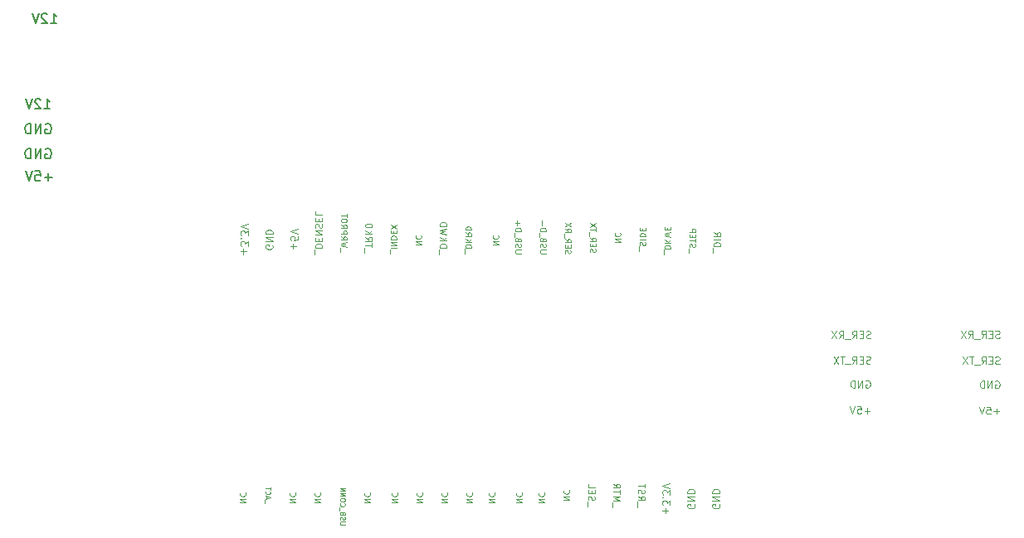
<source format=gbr>
G04 #@! TF.GenerationSoftware,KiCad,Pcbnew,(5.1.9)-1*
G04 #@! TF.CreationDate,2021-01-16T11:23:25+00:00*
G04 #@! TF.ProjectId,Greaseweazle F1 Gotek Rev 2,47726561-7365-4776-9561-7a6c65204631,2*
G04 #@! TF.SameCoordinates,PX6312cb0PY6bcb370*
G04 #@! TF.FileFunction,Legend,Bot*
G04 #@! TF.FilePolarity,Positive*
%FSLAX46Y46*%
G04 Gerber Fmt 4.6, Leading zero omitted, Abs format (unit mm)*
G04 Created by KiCad (PCBNEW (5.1.9)-1) date 2021-01-16 11:23:25*
%MOMM*%
%LPD*%
G01*
G04 APERTURE LIST*
%ADD10C,0.150000*%
%ADD11C,0.125000*%
G04 APERTURE END LIST*
D10*
X4175047Y63555620D02*
X4746476Y63555620D01*
X4460761Y63555620D02*
X4460761Y64555620D01*
X4556000Y64412762D01*
X4651238Y64317524D01*
X4746476Y64269905D01*
X3794095Y64460381D02*
X3746476Y64508000D01*
X3651238Y64555620D01*
X3413142Y64555620D01*
X3317904Y64508000D01*
X3270285Y64460381D01*
X3222666Y64365143D01*
X3222666Y64269905D01*
X3270285Y64127048D01*
X3841714Y63555620D01*
X3222666Y63555620D01*
X2936952Y64555620D02*
X2603619Y63555620D01*
X2270285Y64555620D01*
D11*
X87762714Y23974829D02*
X87191286Y23974829D01*
X87477000Y23689115D02*
X87477000Y24260543D01*
X86477000Y24439115D02*
X86834143Y24439115D01*
X86869857Y24081972D01*
X86834143Y24117686D01*
X86762714Y24153400D01*
X86584143Y24153400D01*
X86512714Y24117686D01*
X86477000Y24081972D01*
X86441286Y24010543D01*
X86441286Y23831972D01*
X86477000Y23760543D01*
X86512714Y23724829D01*
X86584143Y23689115D01*
X86762714Y23689115D01*
X86834143Y23724829D01*
X86869857Y23760543D01*
X86227000Y24439115D02*
X85977000Y23689115D01*
X85727000Y24439115D01*
X87344457Y27045000D02*
X87415886Y27080715D01*
X87523029Y27080715D01*
X87630171Y27045000D01*
X87701600Y26973572D01*
X87737314Y26902143D01*
X87773029Y26759286D01*
X87773029Y26652143D01*
X87737314Y26509286D01*
X87701600Y26437858D01*
X87630171Y26366429D01*
X87523029Y26330715D01*
X87451600Y26330715D01*
X87344457Y26366429D01*
X87308743Y26402143D01*
X87308743Y26652143D01*
X87451600Y26652143D01*
X86987314Y26330715D02*
X86987314Y27080715D01*
X86558743Y26330715D01*
X86558743Y27080715D01*
X86201600Y26330715D02*
X86201600Y27080715D01*
X86023029Y27080715D01*
X85915886Y27045000D01*
X85844457Y26973572D01*
X85808743Y26902143D01*
X85773029Y26759286D01*
X85773029Y26652143D01*
X85808743Y26509286D01*
X85844457Y26437858D01*
X85915886Y26366429D01*
X86023029Y26330715D01*
X86201600Y26330715D01*
X87798428Y28830229D02*
X87691286Y28794515D01*
X87512714Y28794515D01*
X87441286Y28830229D01*
X87405571Y28865943D01*
X87369857Y28937372D01*
X87369857Y29008800D01*
X87405571Y29080229D01*
X87441286Y29115943D01*
X87512714Y29151658D01*
X87655571Y29187372D01*
X87727000Y29223086D01*
X87762714Y29258800D01*
X87798428Y29330229D01*
X87798428Y29401658D01*
X87762714Y29473086D01*
X87727000Y29508800D01*
X87655571Y29544515D01*
X87477000Y29544515D01*
X87369857Y29508800D01*
X87048428Y29187372D02*
X86798428Y29187372D01*
X86691286Y28794515D02*
X87048428Y28794515D01*
X87048428Y29544515D01*
X86691286Y29544515D01*
X85941286Y28794515D02*
X86191286Y29151658D01*
X86369857Y28794515D02*
X86369857Y29544515D01*
X86084143Y29544515D01*
X86012714Y29508800D01*
X85977000Y29473086D01*
X85941286Y29401658D01*
X85941286Y29294515D01*
X85977000Y29223086D01*
X86012714Y29187372D01*
X86084143Y29151658D01*
X86369857Y29151658D01*
X85798428Y28723086D02*
X85227000Y28723086D01*
X85155571Y29544515D02*
X84727000Y29544515D01*
X84941286Y28794515D02*
X84941286Y29544515D01*
X84548428Y29544515D02*
X84048428Y28794515D01*
X84048428Y29544515D02*
X84548428Y28794515D01*
X87798428Y31421029D02*
X87691285Y31385315D01*
X87512714Y31385315D01*
X87441285Y31421029D01*
X87405571Y31456743D01*
X87369857Y31528172D01*
X87369857Y31599600D01*
X87405571Y31671029D01*
X87441285Y31706743D01*
X87512714Y31742458D01*
X87655571Y31778172D01*
X87727000Y31813886D01*
X87762714Y31849600D01*
X87798428Y31921029D01*
X87798428Y31992458D01*
X87762714Y32063886D01*
X87727000Y32099600D01*
X87655571Y32135315D01*
X87477000Y32135315D01*
X87369857Y32099600D01*
X87048428Y31778172D02*
X86798428Y31778172D01*
X86691285Y31385315D02*
X87048428Y31385315D01*
X87048428Y32135315D01*
X86691285Y32135315D01*
X85941285Y31385315D02*
X86191285Y31742458D01*
X86369857Y31385315D02*
X86369857Y32135315D01*
X86084142Y32135315D01*
X86012714Y32099600D01*
X85977000Y32063886D01*
X85941285Y31992458D01*
X85941285Y31885315D01*
X85977000Y31813886D01*
X86012714Y31778172D01*
X86084142Y31742458D01*
X86369857Y31742458D01*
X85798428Y31313886D02*
X85227000Y31313886D01*
X84619857Y31385315D02*
X84869857Y31742458D01*
X85048428Y31385315D02*
X85048428Y32135315D01*
X84762714Y32135315D01*
X84691285Y32099600D01*
X84655571Y32063886D01*
X84619857Y31992458D01*
X84619857Y31885315D01*
X84655571Y31813886D01*
X84691285Y31778172D01*
X84762714Y31742458D01*
X85048428Y31742458D01*
X84369857Y32135315D02*
X83869857Y31385315D01*
X83869857Y32135315D02*
X84369857Y31385315D01*
X61704571Y41184572D02*
X62304571Y41184572D01*
X61704571Y41527429D01*
X62304571Y41527429D01*
X61761714Y42156000D02*
X61733142Y42127429D01*
X61704571Y42041715D01*
X61704571Y41984572D01*
X61733142Y41898858D01*
X61790285Y41841715D01*
X61847428Y41813143D01*
X61961714Y41784572D01*
X62047428Y41784572D01*
X62161714Y41813143D01*
X62218857Y41841715D01*
X62276000Y41898858D01*
X62304571Y41984572D01*
X62304571Y42041715D01*
X62276000Y42127429D01*
X62247428Y42156000D01*
X49258571Y40930572D02*
X49858571Y40930572D01*
X49258571Y41273429D01*
X49858571Y41273429D01*
X49315714Y41902000D02*
X49287142Y41873429D01*
X49258571Y41787715D01*
X49258571Y41730572D01*
X49287142Y41644858D01*
X49344285Y41587715D01*
X49401428Y41559143D01*
X49515714Y41530572D01*
X49601428Y41530572D01*
X49715714Y41559143D01*
X49772857Y41587715D01*
X49830000Y41644858D01*
X49858571Y41730572D01*
X49858571Y41787715D01*
X49830000Y41873429D01*
X49801428Y41902000D01*
X23477571Y14641572D02*
X24077571Y14641572D01*
X23477571Y14984429D01*
X24077571Y14984429D01*
X23534714Y15613000D02*
X23506142Y15584429D01*
X23477571Y15498715D01*
X23477571Y15441572D01*
X23506142Y15355858D01*
X23563285Y15298715D01*
X23620428Y15270143D01*
X23734714Y15241572D01*
X23820428Y15241572D01*
X23934714Y15270143D01*
X23991857Y15298715D01*
X24049000Y15355858D01*
X24077571Y15441572D01*
X24077571Y15498715D01*
X24049000Y15584429D01*
X24020428Y15613000D01*
X28557571Y14641572D02*
X29157571Y14641572D01*
X28557571Y14984429D01*
X29157571Y14984429D01*
X28614714Y15613000D02*
X28586142Y15584429D01*
X28557571Y15498715D01*
X28557571Y15441572D01*
X28586142Y15355858D01*
X28643285Y15298715D01*
X28700428Y15270143D01*
X28814714Y15241572D01*
X28900428Y15241572D01*
X29014714Y15270143D01*
X29071857Y15298715D01*
X29129000Y15355858D01*
X29157571Y15441572D01*
X29157571Y15498715D01*
X29129000Y15584429D01*
X29100428Y15613000D01*
X31097571Y14641572D02*
X31697571Y14641572D01*
X31097571Y14984429D01*
X31697571Y14984429D01*
X31154714Y15613000D02*
X31126142Y15584429D01*
X31097571Y15498715D01*
X31097571Y15441572D01*
X31126142Y15355858D01*
X31183285Y15298715D01*
X31240428Y15270143D01*
X31354714Y15241572D01*
X31440428Y15241572D01*
X31554714Y15270143D01*
X31611857Y15298715D01*
X31669000Y15355858D01*
X31697571Y15441572D01*
X31697571Y15498715D01*
X31669000Y15584429D01*
X31640428Y15613000D01*
X36177571Y14641572D02*
X36777571Y14641572D01*
X36177571Y14984429D01*
X36777571Y14984429D01*
X36234714Y15613000D02*
X36206142Y15584429D01*
X36177571Y15498715D01*
X36177571Y15441572D01*
X36206142Y15355858D01*
X36263285Y15298715D01*
X36320428Y15270143D01*
X36434714Y15241572D01*
X36520428Y15241572D01*
X36634714Y15270143D01*
X36691857Y15298715D01*
X36749000Y15355858D01*
X36777571Y15441572D01*
X36777571Y15498715D01*
X36749000Y15584429D01*
X36720428Y15613000D01*
X38971571Y14641572D02*
X39571571Y14641572D01*
X38971571Y14984429D01*
X39571571Y14984429D01*
X39028714Y15613000D02*
X39000142Y15584429D01*
X38971571Y15498715D01*
X38971571Y15441572D01*
X39000142Y15355858D01*
X39057285Y15298715D01*
X39114428Y15270143D01*
X39228714Y15241572D01*
X39314428Y15241572D01*
X39428714Y15270143D01*
X39485857Y15298715D01*
X39543000Y15355858D01*
X39571571Y15441572D01*
X39571571Y15498715D01*
X39543000Y15584429D01*
X39514428Y15613000D01*
X41511571Y14641572D02*
X42111571Y14641572D01*
X41511571Y14984429D01*
X42111571Y14984429D01*
X41568714Y15613000D02*
X41540142Y15584429D01*
X41511571Y15498715D01*
X41511571Y15441572D01*
X41540142Y15355858D01*
X41597285Y15298715D01*
X41654428Y15270143D01*
X41768714Y15241572D01*
X41854428Y15241572D01*
X41968714Y15270143D01*
X42025857Y15298715D01*
X42083000Y15355858D01*
X42111571Y15441572D01*
X42111571Y15498715D01*
X42083000Y15584429D01*
X42054428Y15613000D01*
X44051571Y14641572D02*
X44651571Y14641572D01*
X44051571Y14984429D01*
X44651571Y14984429D01*
X44108714Y15613000D02*
X44080142Y15584429D01*
X44051571Y15498715D01*
X44051571Y15441572D01*
X44080142Y15355858D01*
X44137285Y15298715D01*
X44194428Y15270143D01*
X44308714Y15241572D01*
X44394428Y15241572D01*
X44508714Y15270143D01*
X44565857Y15298715D01*
X44623000Y15355858D01*
X44651571Y15441572D01*
X44651571Y15498715D01*
X44623000Y15584429D01*
X44594428Y15613000D01*
X46591571Y14641572D02*
X47191571Y14641572D01*
X46591571Y14984429D01*
X47191571Y14984429D01*
X46648714Y15613000D02*
X46620142Y15584429D01*
X46591571Y15498715D01*
X46591571Y15441572D01*
X46620142Y15355858D01*
X46677285Y15298715D01*
X46734428Y15270143D01*
X46848714Y15241572D01*
X46934428Y15241572D01*
X47048714Y15270143D01*
X47105857Y15298715D01*
X47163000Y15355858D01*
X47191571Y15441572D01*
X47191571Y15498715D01*
X47163000Y15584429D01*
X47134428Y15613000D01*
X48877571Y14641572D02*
X49477571Y14641572D01*
X48877571Y14984429D01*
X49477571Y14984429D01*
X48934714Y15613000D02*
X48906142Y15584429D01*
X48877571Y15498715D01*
X48877571Y15441572D01*
X48906142Y15355858D01*
X48963285Y15298715D01*
X49020428Y15270143D01*
X49134714Y15241572D01*
X49220428Y15241572D01*
X49334714Y15270143D01*
X49391857Y15298715D01*
X49449000Y15355858D01*
X49477571Y15441572D01*
X49477571Y15498715D01*
X49449000Y15584429D01*
X49420428Y15613000D01*
X51671571Y14641572D02*
X52271571Y14641572D01*
X51671571Y14984429D01*
X52271571Y14984429D01*
X51728714Y15613000D02*
X51700142Y15584429D01*
X51671571Y15498715D01*
X51671571Y15441572D01*
X51700142Y15355858D01*
X51757285Y15298715D01*
X51814428Y15270143D01*
X51928714Y15241572D01*
X52014428Y15241572D01*
X52128714Y15270143D01*
X52185857Y15298715D01*
X52243000Y15355858D01*
X52271571Y15441572D01*
X52271571Y15498715D01*
X52243000Y15584429D01*
X52214428Y15613000D01*
X53957571Y14641572D02*
X54557571Y14641572D01*
X53957571Y14984429D01*
X54557571Y14984429D01*
X54014714Y15613000D02*
X53986142Y15584429D01*
X53957571Y15498715D01*
X53957571Y15441572D01*
X53986142Y15355858D01*
X54043285Y15298715D01*
X54100428Y15270143D01*
X54214714Y15241572D01*
X54300428Y15241572D01*
X54414714Y15270143D01*
X54471857Y15298715D01*
X54529000Y15355858D01*
X54557571Y15441572D01*
X54557571Y15498715D01*
X54529000Y15584429D01*
X54500428Y15613000D01*
X100981028Y28779429D02*
X100873886Y28743715D01*
X100695314Y28743715D01*
X100623886Y28779429D01*
X100588171Y28815143D01*
X100552457Y28886572D01*
X100552457Y28958000D01*
X100588171Y29029429D01*
X100623886Y29065143D01*
X100695314Y29100858D01*
X100838171Y29136572D01*
X100909600Y29172286D01*
X100945314Y29208000D01*
X100981028Y29279429D01*
X100981028Y29350858D01*
X100945314Y29422286D01*
X100909600Y29458000D01*
X100838171Y29493715D01*
X100659600Y29493715D01*
X100552457Y29458000D01*
X100231028Y29136572D02*
X99981028Y29136572D01*
X99873886Y28743715D02*
X100231028Y28743715D01*
X100231028Y29493715D01*
X99873886Y29493715D01*
X99123886Y28743715D02*
X99373886Y29100858D01*
X99552457Y28743715D02*
X99552457Y29493715D01*
X99266743Y29493715D01*
X99195314Y29458000D01*
X99159600Y29422286D01*
X99123886Y29350858D01*
X99123886Y29243715D01*
X99159600Y29172286D01*
X99195314Y29136572D01*
X99266743Y29100858D01*
X99552457Y29100858D01*
X98981028Y28672286D02*
X98409600Y28672286D01*
X98338171Y29493715D02*
X97909600Y29493715D01*
X98123886Y28743715D02*
X98123886Y29493715D01*
X97731028Y29493715D02*
X97231028Y28743715D01*
X97231028Y29493715D02*
X97731028Y28743715D01*
X100981028Y31446429D02*
X100873885Y31410715D01*
X100695314Y31410715D01*
X100623885Y31446429D01*
X100588171Y31482143D01*
X100552457Y31553572D01*
X100552457Y31625000D01*
X100588171Y31696429D01*
X100623885Y31732143D01*
X100695314Y31767858D01*
X100838171Y31803572D01*
X100909600Y31839286D01*
X100945314Y31875000D01*
X100981028Y31946429D01*
X100981028Y32017858D01*
X100945314Y32089286D01*
X100909600Y32125000D01*
X100838171Y32160715D01*
X100659600Y32160715D01*
X100552457Y32125000D01*
X100231028Y31803572D02*
X99981028Y31803572D01*
X99873885Y31410715D02*
X100231028Y31410715D01*
X100231028Y32160715D01*
X99873885Y32160715D01*
X99123885Y31410715D02*
X99373885Y31767858D01*
X99552457Y31410715D02*
X99552457Y32160715D01*
X99266742Y32160715D01*
X99195314Y32125000D01*
X99159600Y32089286D01*
X99123885Y32017858D01*
X99123885Y31910715D01*
X99159600Y31839286D01*
X99195314Y31803572D01*
X99266742Y31767858D01*
X99552457Y31767858D01*
X98981028Y31339286D02*
X98409600Y31339286D01*
X97802457Y31410715D02*
X98052457Y31767858D01*
X98231028Y31410715D02*
X98231028Y32160715D01*
X97945314Y32160715D01*
X97873885Y32125000D01*
X97838171Y32089286D01*
X97802457Y32017858D01*
X97802457Y31910715D01*
X97838171Y31839286D01*
X97873885Y31803572D01*
X97945314Y31767858D01*
X98231028Y31767858D01*
X97552457Y32160715D02*
X97052457Y31410715D01*
X97052457Y32160715D02*
X97552457Y31410715D01*
X100552457Y26994200D02*
X100623886Y27029915D01*
X100731029Y27029915D01*
X100838171Y26994200D01*
X100909600Y26922772D01*
X100945314Y26851343D01*
X100981029Y26708486D01*
X100981029Y26601343D01*
X100945314Y26458486D01*
X100909600Y26387058D01*
X100838171Y26315629D01*
X100731029Y26279915D01*
X100659600Y26279915D01*
X100552457Y26315629D01*
X100516743Y26351343D01*
X100516743Y26601343D01*
X100659600Y26601343D01*
X100195314Y26279915D02*
X100195314Y27029915D01*
X99766743Y26279915D01*
X99766743Y27029915D01*
X99409600Y26279915D02*
X99409600Y27029915D01*
X99231029Y27029915D01*
X99123886Y26994200D01*
X99052457Y26922772D01*
X99016743Y26851343D01*
X98981029Y26708486D01*
X98981029Y26601343D01*
X99016743Y26458486D01*
X99052457Y26387058D01*
X99123886Y26315629D01*
X99231029Y26279915D01*
X99409600Y26279915D01*
X100945314Y23924029D02*
X100373886Y23924029D01*
X100659600Y23638315D02*
X100659600Y24209743D01*
X99659600Y24388315D02*
X100016743Y24388315D01*
X100052457Y24031172D01*
X100016743Y24066886D01*
X99945314Y24102600D01*
X99766743Y24102600D01*
X99695314Y24066886D01*
X99659600Y24031172D01*
X99623886Y23959743D01*
X99623886Y23781172D01*
X99659600Y23709743D01*
X99695314Y23674029D01*
X99766743Y23638315D01*
X99945314Y23638315D01*
X100016743Y23674029D01*
X100052457Y23709743D01*
X99409600Y24388315D02*
X99159600Y23638315D01*
X98909600Y24388315D01*
X56497571Y14895572D02*
X57097571Y14895572D01*
X56497571Y15238429D01*
X57097571Y15238429D01*
X56554714Y15867000D02*
X56526142Y15838429D01*
X56497571Y15752715D01*
X56497571Y15695572D01*
X56526142Y15609858D01*
X56583285Y15552715D01*
X56640428Y15524143D01*
X56754714Y15495572D01*
X56840428Y15495572D01*
X56954714Y15524143D01*
X57011857Y15552715D01*
X57069000Y15609858D01*
X57097571Y15695572D01*
X57097571Y15752715D01*
X57069000Y15838429D01*
X57040428Y15867000D01*
X64005666Y14150334D02*
X64005666Y14683667D01*
X64072333Y15250334D02*
X64405666Y15017000D01*
X64072333Y14850334D02*
X64772333Y14850334D01*
X64772333Y15117000D01*
X64739000Y15183667D01*
X64705666Y15217000D01*
X64639000Y15250334D01*
X64539000Y15250334D01*
X64472333Y15217000D01*
X64439000Y15183667D01*
X64405666Y15117000D01*
X64405666Y14850334D01*
X64105666Y15517000D02*
X64072333Y15617000D01*
X64072333Y15783667D01*
X64105666Y15850334D01*
X64139000Y15883667D01*
X64205666Y15917000D01*
X64272333Y15917000D01*
X64339000Y15883667D01*
X64372333Y15850334D01*
X64405666Y15783667D01*
X64439000Y15650334D01*
X64472333Y15583667D01*
X64505666Y15550334D01*
X64572333Y15517000D01*
X64639000Y15517000D01*
X64705666Y15550334D01*
X64739000Y15583667D01*
X64772333Y15650334D01*
X64772333Y15817000D01*
X64739000Y15917000D01*
X64772333Y16117000D02*
X64772333Y16517000D01*
X64072333Y16317000D02*
X64772333Y16317000D01*
X61465666Y14083667D02*
X61465666Y14617000D01*
X61532333Y14783667D02*
X62232333Y14783667D01*
X61732333Y15017000D01*
X62232333Y15250334D01*
X61532333Y15250334D01*
X62232333Y15483667D02*
X62232333Y15883667D01*
X61532333Y15683667D02*
X62232333Y15683667D01*
X61532333Y16517000D02*
X61865666Y16283667D01*
X61532333Y16117000D02*
X62232333Y16117000D01*
X62232333Y16383667D01*
X62199000Y16450334D01*
X62165666Y16483667D01*
X62099000Y16517000D01*
X61999000Y16517000D01*
X61932333Y16483667D01*
X61899000Y16450334D01*
X61865666Y16383667D01*
X61865666Y16117000D01*
X66875428Y13486000D02*
X66875428Y14057429D01*
X66589714Y13771715D02*
X67161142Y13771715D01*
X67339714Y14343143D02*
X67339714Y14807429D01*
X67054000Y14557429D01*
X67054000Y14664572D01*
X67018285Y14736000D01*
X66982571Y14771715D01*
X66911142Y14807429D01*
X66732571Y14807429D01*
X66661142Y14771715D01*
X66625428Y14736000D01*
X66589714Y14664572D01*
X66589714Y14450286D01*
X66625428Y14378858D01*
X66661142Y14343143D01*
X66661142Y15128858D02*
X66625428Y15164572D01*
X66589714Y15128858D01*
X66625428Y15093143D01*
X66661142Y15128858D01*
X66589714Y15128858D01*
X67339714Y15414572D02*
X67339714Y15878858D01*
X67054000Y15628858D01*
X67054000Y15736000D01*
X67018285Y15807429D01*
X66982571Y15843143D01*
X66911142Y15878858D01*
X66732571Y15878858D01*
X66661142Y15843143D01*
X66625428Y15807429D01*
X66589714Y15736000D01*
X66589714Y15521715D01*
X66625428Y15450286D01*
X66661142Y15414572D01*
X67339714Y16093143D02*
X66589714Y16343143D01*
X67339714Y16593143D01*
X34191530Y12351509D02*
X33786768Y12351509D01*
X33739149Y12375318D01*
X33715340Y12399128D01*
X33691530Y12446747D01*
X33691530Y12541985D01*
X33715340Y12589604D01*
X33739149Y12613413D01*
X33786768Y12637223D01*
X34191530Y12637223D01*
X33715340Y12851509D02*
X33691530Y12922937D01*
X33691530Y13041985D01*
X33715340Y13089604D01*
X33739149Y13113413D01*
X33786768Y13137223D01*
X33834387Y13137223D01*
X33882006Y13113413D01*
X33905816Y13089604D01*
X33929625Y13041985D01*
X33953435Y12946747D01*
X33977244Y12899128D01*
X34001054Y12875318D01*
X34048673Y12851509D01*
X34096292Y12851509D01*
X34143911Y12875318D01*
X34167721Y12899128D01*
X34191530Y12946747D01*
X34191530Y13065794D01*
X34167721Y13137223D01*
X33953435Y13518175D02*
X33929625Y13589604D01*
X33905816Y13613413D01*
X33858197Y13637223D01*
X33786768Y13637223D01*
X33739149Y13613413D01*
X33715340Y13589604D01*
X33691530Y13541985D01*
X33691530Y13351509D01*
X34191530Y13351509D01*
X34191530Y13518175D01*
X34167721Y13565794D01*
X34143911Y13589604D01*
X34096292Y13613413D01*
X34048673Y13613413D01*
X34001054Y13589604D01*
X33977244Y13565794D01*
X33953435Y13518175D01*
X33953435Y13351509D01*
X33643911Y13732461D02*
X33643911Y14113413D01*
X33739149Y14518175D02*
X33715340Y14494366D01*
X33691530Y14422937D01*
X33691530Y14375318D01*
X33715340Y14303890D01*
X33762959Y14256271D01*
X33810578Y14232461D01*
X33905816Y14208651D01*
X33977244Y14208651D01*
X34072482Y14232461D01*
X34120101Y14256271D01*
X34167721Y14303890D01*
X34191530Y14375318D01*
X34191530Y14422937D01*
X34167721Y14494366D01*
X34143911Y14518175D01*
X34191530Y14827699D02*
X34191530Y14922937D01*
X34167721Y14970556D01*
X34120101Y15018175D01*
X34024863Y15041985D01*
X33858197Y15041985D01*
X33762959Y15018175D01*
X33715340Y14970556D01*
X33691530Y14922937D01*
X33691530Y14827699D01*
X33715340Y14780080D01*
X33762959Y14732461D01*
X33858197Y14708651D01*
X34024863Y14708651D01*
X34120101Y14732461D01*
X34167721Y14780080D01*
X34191530Y14827699D01*
X33691530Y15256271D02*
X34191530Y15256271D01*
X33691530Y15541985D01*
X34191530Y15541985D01*
X33691530Y15780080D02*
X34191530Y15780080D01*
X33691530Y16065794D01*
X34191530Y16065794D01*
X58925666Y14167000D02*
X58925666Y14700334D01*
X59025666Y14833667D02*
X58992333Y14933667D01*
X58992333Y15100334D01*
X59025666Y15167000D01*
X59059000Y15200334D01*
X59125666Y15233667D01*
X59192333Y15233667D01*
X59259000Y15200334D01*
X59292333Y15167000D01*
X59325666Y15100334D01*
X59359000Y14967000D01*
X59392333Y14900334D01*
X59425666Y14867000D01*
X59492333Y14833667D01*
X59559000Y14833667D01*
X59625666Y14867000D01*
X59659000Y14900334D01*
X59692333Y14967000D01*
X59692333Y15133667D01*
X59659000Y15233667D01*
X59359000Y15533667D02*
X59359000Y15767000D01*
X58992333Y15867000D02*
X58992333Y15533667D01*
X59692333Y15533667D01*
X59692333Y15867000D01*
X58992333Y16500334D02*
X58992333Y16167000D01*
X59692333Y16167000D01*
X69844000Y14414572D02*
X69879714Y14343143D01*
X69879714Y14236000D01*
X69844000Y14128858D01*
X69772571Y14057429D01*
X69701142Y14021715D01*
X69558285Y13986000D01*
X69451142Y13986000D01*
X69308285Y14021715D01*
X69236857Y14057429D01*
X69165428Y14128858D01*
X69129714Y14236000D01*
X69129714Y14307429D01*
X69165428Y14414572D01*
X69201142Y14450286D01*
X69451142Y14450286D01*
X69451142Y14307429D01*
X69129714Y14771715D02*
X69879714Y14771715D01*
X69129714Y15200286D01*
X69879714Y15200286D01*
X69129714Y15557429D02*
X69879714Y15557429D01*
X69879714Y15736000D01*
X69844000Y15843143D01*
X69772571Y15914572D01*
X69701142Y15950286D01*
X69558285Y15986000D01*
X69451142Y15986000D01*
X69308285Y15950286D01*
X69236857Y15914572D01*
X69165428Y15843143D01*
X69129714Y15736000D01*
X69129714Y15557429D01*
X72384000Y14414572D02*
X72419714Y14343143D01*
X72419714Y14236000D01*
X72384000Y14128858D01*
X72312571Y14057429D01*
X72241142Y14021715D01*
X72098285Y13986000D01*
X71991142Y13986000D01*
X71848285Y14021715D01*
X71776857Y14057429D01*
X71705428Y14128858D01*
X71669714Y14236000D01*
X71669714Y14307429D01*
X71705428Y14414572D01*
X71741142Y14450286D01*
X71991142Y14450286D01*
X71991142Y14307429D01*
X71669714Y14771715D02*
X72419714Y14771715D01*
X71669714Y15200286D01*
X72419714Y15200286D01*
X71669714Y15557429D02*
X72419714Y15557429D01*
X72419714Y15736000D01*
X72384000Y15843143D01*
X72312571Y15914572D01*
X72241142Y15950286D01*
X72098285Y15986000D01*
X71991142Y15986000D01*
X71848285Y15950286D01*
X71776857Y15914572D01*
X71705428Y15843143D01*
X71669714Y15736000D01*
X71669714Y15557429D01*
X26015190Y14521762D02*
X26015190Y14902715D01*
X26205666Y14997953D02*
X26205666Y15236048D01*
X26062809Y14950334D02*
X26562809Y15117000D01*
X26062809Y15283667D01*
X26110428Y15736048D02*
X26086619Y15712239D01*
X26062809Y15640810D01*
X26062809Y15593191D01*
X26086619Y15521762D01*
X26134238Y15474143D01*
X26181857Y15450334D01*
X26277095Y15426524D01*
X26348523Y15426524D01*
X26443761Y15450334D01*
X26491380Y15474143D01*
X26539000Y15521762D01*
X26562809Y15593191D01*
X26562809Y15640810D01*
X26539000Y15712239D01*
X26515190Y15736048D01*
X26562809Y15878905D02*
X26562809Y16164620D01*
X26062809Y16021762D02*
X26562809Y16021762D01*
X31112666Y39930667D02*
X31112666Y40464000D01*
X31179333Y40630667D02*
X31879333Y40630667D01*
X31879333Y40797334D01*
X31846000Y40897334D01*
X31779333Y40964000D01*
X31712666Y40997334D01*
X31579333Y41030667D01*
X31479333Y41030667D01*
X31346000Y40997334D01*
X31279333Y40964000D01*
X31212666Y40897334D01*
X31179333Y40797334D01*
X31179333Y40630667D01*
X31546000Y41330667D02*
X31546000Y41564000D01*
X31179333Y41664000D02*
X31179333Y41330667D01*
X31879333Y41330667D01*
X31879333Y41664000D01*
X31179333Y41964000D02*
X31879333Y41964000D01*
X31179333Y42364000D01*
X31879333Y42364000D01*
X31212666Y42664000D02*
X31179333Y42764000D01*
X31179333Y42930667D01*
X31212666Y42997334D01*
X31246000Y43030667D01*
X31312666Y43064000D01*
X31379333Y43064000D01*
X31446000Y43030667D01*
X31479333Y42997334D01*
X31512666Y42930667D01*
X31546000Y42797334D01*
X31579333Y42730667D01*
X31612666Y42697334D01*
X31679333Y42664000D01*
X31746000Y42664000D01*
X31812666Y42697334D01*
X31846000Y42730667D01*
X31879333Y42797334D01*
X31879333Y42964000D01*
X31846000Y43064000D01*
X31546000Y43364000D02*
X31546000Y43597334D01*
X31179333Y43697334D02*
X31179333Y43364000D01*
X31879333Y43364000D01*
X31879333Y43697334D01*
X31179333Y44330667D02*
X31179333Y43997334D01*
X31879333Y43997334D01*
X26791000Y40894072D02*
X26826714Y40822643D01*
X26826714Y40715500D01*
X26791000Y40608358D01*
X26719571Y40536929D01*
X26648142Y40501215D01*
X26505285Y40465500D01*
X26398142Y40465500D01*
X26255285Y40501215D01*
X26183857Y40536929D01*
X26112428Y40608358D01*
X26076714Y40715500D01*
X26076714Y40786929D01*
X26112428Y40894072D01*
X26148142Y40929786D01*
X26398142Y40929786D01*
X26398142Y40786929D01*
X26076714Y41251215D02*
X26826714Y41251215D01*
X26076714Y41679786D01*
X26826714Y41679786D01*
X26076714Y42036929D02*
X26826714Y42036929D01*
X26826714Y42215500D01*
X26791000Y42322643D01*
X26719571Y42394072D01*
X26648142Y42429786D01*
X26505285Y42465500D01*
X26398142Y42465500D01*
X26255285Y42429786D01*
X26183857Y42394072D01*
X26112428Y42322643D01*
X26076714Y42215500D01*
X26076714Y42036929D01*
X28902428Y40501215D02*
X28902428Y41072643D01*
X28616714Y40786929D02*
X29188142Y40786929D01*
X29366714Y41786929D02*
X29366714Y41429786D01*
X29009571Y41394072D01*
X29045285Y41429786D01*
X29081000Y41501215D01*
X29081000Y41679786D01*
X29045285Y41751215D01*
X29009571Y41786929D01*
X28938142Y41822643D01*
X28759571Y41822643D01*
X28688142Y41786929D01*
X28652428Y41751215D01*
X28616714Y41679786D01*
X28616714Y41501215D01*
X28652428Y41429786D01*
X28688142Y41394072D01*
X29366714Y42036929D02*
X28616714Y42286929D01*
X29366714Y42536929D01*
X59193142Y40170286D02*
X59164571Y40256000D01*
X59164571Y40398858D01*
X59193142Y40456000D01*
X59221714Y40484572D01*
X59278857Y40513143D01*
X59336000Y40513143D01*
X59393142Y40484572D01*
X59421714Y40456000D01*
X59450285Y40398858D01*
X59478857Y40284572D01*
X59507428Y40227429D01*
X59536000Y40198858D01*
X59593142Y40170286D01*
X59650285Y40170286D01*
X59707428Y40198858D01*
X59736000Y40227429D01*
X59764571Y40284572D01*
X59764571Y40427429D01*
X59736000Y40513143D01*
X59478857Y40770286D02*
X59478857Y40970286D01*
X59164571Y41056000D02*
X59164571Y40770286D01*
X59764571Y40770286D01*
X59764571Y41056000D01*
X59164571Y41656000D02*
X59450285Y41456000D01*
X59164571Y41313143D02*
X59764571Y41313143D01*
X59764571Y41541715D01*
X59736000Y41598858D01*
X59707428Y41627429D01*
X59650285Y41656000D01*
X59564571Y41656000D01*
X59507428Y41627429D01*
X59478857Y41598858D01*
X59450285Y41541715D01*
X59450285Y41313143D01*
X59107428Y41770286D02*
X59107428Y42227429D01*
X59764571Y42284572D02*
X59764571Y42627429D01*
X59164571Y42456000D02*
X59764571Y42456000D01*
X59764571Y42770286D02*
X59164571Y43170286D01*
X59764571Y43170286D02*
X59164571Y42770286D01*
X46407428Y40036929D02*
X46407428Y40494072D01*
X46464571Y40636929D02*
X47064571Y40636929D01*
X47064571Y40779786D01*
X47036000Y40865500D01*
X46978857Y40922643D01*
X46921714Y40951215D01*
X46807428Y40979786D01*
X46721714Y40979786D01*
X46607428Y40951215D01*
X46550285Y40922643D01*
X46493142Y40865500D01*
X46464571Y40779786D01*
X46464571Y40636929D01*
X46464571Y41236929D02*
X47064571Y41236929D01*
X46464571Y41579786D02*
X46807428Y41322643D01*
X47064571Y41579786D02*
X46721714Y41236929D01*
X46464571Y42179786D02*
X46750285Y41979786D01*
X46464571Y41836929D02*
X47064571Y41836929D01*
X47064571Y42065500D01*
X47036000Y42122643D01*
X47007428Y42151215D01*
X46950285Y42179786D01*
X46864571Y42179786D01*
X46807428Y42151215D01*
X46778857Y42122643D01*
X46750285Y42065500D01*
X46750285Y41836929D01*
X46464571Y42436929D02*
X47064571Y42436929D01*
X47064571Y42579786D01*
X47036000Y42665500D01*
X46978857Y42722643D01*
X46921714Y42751215D01*
X46807428Y42779786D01*
X46721714Y42779786D01*
X46607428Y42751215D01*
X46550285Y42722643D01*
X46493142Y42665500D01*
X46464571Y42579786D01*
X46464571Y42436929D01*
X69267428Y40087715D02*
X69267428Y40544858D01*
X69353142Y40659143D02*
X69324571Y40744858D01*
X69324571Y40887715D01*
X69353142Y40944858D01*
X69381714Y40973429D01*
X69438857Y41002000D01*
X69496000Y41002000D01*
X69553142Y40973429D01*
X69581714Y40944858D01*
X69610285Y40887715D01*
X69638857Y40773429D01*
X69667428Y40716286D01*
X69696000Y40687715D01*
X69753142Y40659143D01*
X69810285Y40659143D01*
X69867428Y40687715D01*
X69896000Y40716286D01*
X69924571Y40773429D01*
X69924571Y40916286D01*
X69896000Y41002000D01*
X69924571Y41173429D02*
X69924571Y41516286D01*
X69324571Y41344858D02*
X69924571Y41344858D01*
X69638857Y41716286D02*
X69638857Y41916286D01*
X69324571Y42002000D02*
X69324571Y41716286D01*
X69924571Y41716286D01*
X69924571Y42002000D01*
X69324571Y42259143D02*
X69924571Y42259143D01*
X69924571Y42487715D01*
X69896000Y42544858D01*
X69867428Y42573429D01*
X69810285Y42602000D01*
X69724571Y42602000D01*
X69667428Y42573429D01*
X69638857Y42544858D01*
X69610285Y42487715D01*
X69610285Y42259143D01*
X52144571Y40062358D02*
X51658857Y40062358D01*
X51601714Y40090929D01*
X51573142Y40119500D01*
X51544571Y40176643D01*
X51544571Y40290929D01*
X51573142Y40348072D01*
X51601714Y40376643D01*
X51658857Y40405215D01*
X52144571Y40405215D01*
X51573142Y40662358D02*
X51544571Y40748072D01*
X51544571Y40890929D01*
X51573142Y40948072D01*
X51601714Y40976643D01*
X51658857Y41005215D01*
X51716000Y41005215D01*
X51773142Y40976643D01*
X51801714Y40948072D01*
X51830285Y40890929D01*
X51858857Y40776643D01*
X51887428Y40719500D01*
X51916000Y40690929D01*
X51973142Y40662358D01*
X52030285Y40662358D01*
X52087428Y40690929D01*
X52116000Y40719500D01*
X52144571Y40776643D01*
X52144571Y40919500D01*
X52116000Y41005215D01*
X51858857Y41462358D02*
X51830285Y41548072D01*
X51801714Y41576643D01*
X51744571Y41605215D01*
X51658857Y41605215D01*
X51601714Y41576643D01*
X51573142Y41548072D01*
X51544571Y41490929D01*
X51544571Y41262358D01*
X52144571Y41262358D01*
X52144571Y41462358D01*
X52116000Y41519500D01*
X52087428Y41548072D01*
X52030285Y41576643D01*
X51973142Y41576643D01*
X51916000Y41548072D01*
X51887428Y41519500D01*
X51858857Y41462358D01*
X51858857Y41262358D01*
X51487428Y41719500D02*
X51487428Y42176643D01*
X51544571Y42319500D02*
X52144571Y42319500D01*
X52144571Y42462358D01*
X52116000Y42548072D01*
X52058857Y42605215D01*
X52001714Y42633786D01*
X51887428Y42662358D01*
X51801714Y42662358D01*
X51687428Y42633786D01*
X51630285Y42605215D01*
X51573142Y42548072D01*
X51544571Y42462358D01*
X51544571Y42319500D01*
X51773142Y42919500D02*
X51773142Y43376643D01*
X51544571Y43148072D02*
X52001714Y43148072D01*
X71752666Y40078167D02*
X71752666Y40611500D01*
X71819333Y40778167D02*
X72519333Y40778167D01*
X72519333Y40944834D01*
X72486000Y41044834D01*
X72419333Y41111500D01*
X72352666Y41144834D01*
X72219333Y41178167D01*
X72119333Y41178167D01*
X71986000Y41144834D01*
X71919333Y41111500D01*
X71852666Y41044834D01*
X71819333Y40944834D01*
X71819333Y40778167D01*
X71819333Y41478167D02*
X72519333Y41478167D01*
X71819333Y42211500D02*
X72152666Y41978167D01*
X71819333Y41811500D02*
X72519333Y41811500D01*
X72519333Y42078167D01*
X72486000Y42144834D01*
X72452666Y42178167D01*
X72386000Y42211500D01*
X72286000Y42211500D01*
X72219333Y42178167D01*
X72186000Y42144834D01*
X72152666Y42078167D01*
X72152666Y41811500D01*
X64187428Y40300429D02*
X64187428Y40757572D01*
X64273142Y40871858D02*
X64244571Y40957572D01*
X64244571Y41100429D01*
X64273142Y41157572D01*
X64301714Y41186143D01*
X64358857Y41214715D01*
X64416000Y41214715D01*
X64473142Y41186143D01*
X64501714Y41157572D01*
X64530285Y41100429D01*
X64558857Y40986143D01*
X64587428Y40929000D01*
X64616000Y40900429D01*
X64673142Y40871858D01*
X64730285Y40871858D01*
X64787428Y40900429D01*
X64816000Y40929000D01*
X64844571Y40986143D01*
X64844571Y41129000D01*
X64816000Y41214715D01*
X64244571Y41471858D02*
X64844571Y41471858D01*
X64244571Y41757572D02*
X64844571Y41757572D01*
X64844571Y41900429D01*
X64816000Y41986143D01*
X64758857Y42043286D01*
X64701714Y42071858D01*
X64587428Y42100429D01*
X64501714Y42100429D01*
X64387428Y42071858D01*
X64330285Y42043286D01*
X64273142Y41986143D01*
X64244571Y41900429D01*
X64244571Y41757572D01*
X64558857Y42357572D02*
X64558857Y42557572D01*
X64244571Y42643286D02*
X64244571Y42357572D01*
X64844571Y42357572D01*
X64844571Y42643286D01*
X56653142Y40035358D02*
X56624571Y40121072D01*
X56624571Y40263929D01*
X56653142Y40321072D01*
X56681714Y40349643D01*
X56738857Y40378215D01*
X56796000Y40378215D01*
X56853142Y40349643D01*
X56881714Y40321072D01*
X56910285Y40263929D01*
X56938857Y40149643D01*
X56967428Y40092500D01*
X56996000Y40063929D01*
X57053142Y40035358D01*
X57110285Y40035358D01*
X57167428Y40063929D01*
X57196000Y40092500D01*
X57224571Y40149643D01*
X57224571Y40292500D01*
X57196000Y40378215D01*
X56938857Y40635358D02*
X56938857Y40835358D01*
X56624571Y40921072D02*
X56624571Y40635358D01*
X57224571Y40635358D01*
X57224571Y40921072D01*
X56624571Y41521072D02*
X56910285Y41321072D01*
X56624571Y41178215D02*
X57224571Y41178215D01*
X57224571Y41406786D01*
X57196000Y41463929D01*
X57167428Y41492500D01*
X57110285Y41521072D01*
X57024571Y41521072D01*
X56967428Y41492500D01*
X56938857Y41463929D01*
X56910285Y41406786D01*
X56910285Y41178215D01*
X56567428Y41635358D02*
X56567428Y42092500D01*
X56624571Y42578215D02*
X56910285Y42378215D01*
X56624571Y42235358D02*
X57224571Y42235358D01*
X57224571Y42463929D01*
X57196000Y42521072D01*
X57167428Y42549643D01*
X57110285Y42578215D01*
X57024571Y42578215D01*
X56967428Y42549643D01*
X56938857Y42521072D01*
X56910285Y42463929D01*
X56910285Y42235358D01*
X57224571Y42778215D02*
X56624571Y43178215D01*
X57224571Y43178215D02*
X56624571Y42778215D01*
X54684571Y40062358D02*
X54198857Y40062358D01*
X54141714Y40090929D01*
X54113142Y40119500D01*
X54084571Y40176643D01*
X54084571Y40290929D01*
X54113142Y40348072D01*
X54141714Y40376643D01*
X54198857Y40405215D01*
X54684571Y40405215D01*
X54113142Y40662358D02*
X54084571Y40748072D01*
X54084571Y40890929D01*
X54113142Y40948072D01*
X54141714Y40976643D01*
X54198857Y41005215D01*
X54256000Y41005215D01*
X54313142Y40976643D01*
X54341714Y40948072D01*
X54370285Y40890929D01*
X54398857Y40776643D01*
X54427428Y40719500D01*
X54456000Y40690929D01*
X54513142Y40662358D01*
X54570285Y40662358D01*
X54627428Y40690929D01*
X54656000Y40719500D01*
X54684571Y40776643D01*
X54684571Y40919500D01*
X54656000Y41005215D01*
X54398857Y41462358D02*
X54370285Y41548072D01*
X54341714Y41576643D01*
X54284571Y41605215D01*
X54198857Y41605215D01*
X54141714Y41576643D01*
X54113142Y41548072D01*
X54084571Y41490929D01*
X54084571Y41262358D01*
X54684571Y41262358D01*
X54684571Y41462358D01*
X54656000Y41519500D01*
X54627428Y41548072D01*
X54570285Y41576643D01*
X54513142Y41576643D01*
X54456000Y41548072D01*
X54427428Y41519500D01*
X54398857Y41462358D01*
X54398857Y41262358D01*
X54027428Y41719500D02*
X54027428Y42176643D01*
X54084571Y42319500D02*
X54684571Y42319500D01*
X54684571Y42462358D01*
X54656000Y42548072D01*
X54598857Y42605215D01*
X54541714Y42633786D01*
X54427428Y42662358D01*
X54341714Y42662358D01*
X54227428Y42633786D01*
X54170285Y42605215D01*
X54113142Y42548072D01*
X54084571Y42462358D01*
X54084571Y42319500D01*
X54313142Y42919500D02*
X54313142Y43376643D01*
X66727428Y39959143D02*
X66727428Y40416286D01*
X66784571Y40559143D02*
X67384571Y40559143D01*
X67384571Y40702000D01*
X67356000Y40787715D01*
X67298857Y40844858D01*
X67241714Y40873429D01*
X67127428Y40902000D01*
X67041714Y40902000D01*
X66927428Y40873429D01*
X66870285Y40844858D01*
X66813142Y40787715D01*
X66784571Y40702000D01*
X66784571Y40559143D01*
X66784571Y41159143D02*
X67384571Y41159143D01*
X66784571Y41502000D02*
X67127428Y41244858D01*
X67384571Y41502000D02*
X67041714Y41159143D01*
X67384571Y41702000D02*
X66784571Y41844858D01*
X67213142Y41959143D01*
X66784571Y42073429D01*
X67384571Y42216286D01*
X67098857Y42444858D02*
X67098857Y42644858D01*
X66784571Y42730572D02*
X66784571Y42444858D01*
X67384571Y42444858D01*
X67384571Y42730572D01*
X33707428Y40149715D02*
X33707428Y40606858D01*
X34364571Y40692572D02*
X33764571Y40835429D01*
X34193142Y40949715D01*
X33764571Y41064000D01*
X34364571Y41206858D01*
X33764571Y41778286D02*
X34050285Y41578286D01*
X33764571Y41435429D02*
X34364571Y41435429D01*
X34364571Y41664000D01*
X34336000Y41721143D01*
X34307428Y41749715D01*
X34250285Y41778286D01*
X34164571Y41778286D01*
X34107428Y41749715D01*
X34078857Y41721143D01*
X34050285Y41664000D01*
X34050285Y41435429D01*
X33764571Y42035429D02*
X34364571Y42035429D01*
X34364571Y42264000D01*
X34336000Y42321143D01*
X34307428Y42349715D01*
X34250285Y42378286D01*
X34164571Y42378286D01*
X34107428Y42349715D01*
X34078857Y42321143D01*
X34050285Y42264000D01*
X34050285Y42035429D01*
X33764571Y42978286D02*
X34050285Y42778286D01*
X33764571Y42635429D02*
X34364571Y42635429D01*
X34364571Y42864000D01*
X34336000Y42921143D01*
X34307428Y42949715D01*
X34250285Y42978286D01*
X34164571Y42978286D01*
X34107428Y42949715D01*
X34078857Y42921143D01*
X34050285Y42864000D01*
X34050285Y42635429D01*
X34364571Y43349715D02*
X34364571Y43464000D01*
X34336000Y43521143D01*
X34278857Y43578286D01*
X34164571Y43606858D01*
X33964571Y43606858D01*
X33850285Y43578286D01*
X33793142Y43521143D01*
X33764571Y43464000D01*
X33764571Y43349715D01*
X33793142Y43292572D01*
X33850285Y43235429D01*
X33964571Y43206858D01*
X34164571Y43206858D01*
X34278857Y43235429D01*
X34336000Y43292572D01*
X34364571Y43349715D01*
X34364571Y43778286D02*
X34364571Y44121143D01*
X33764571Y43949715D02*
X34364571Y43949715D01*
X43812666Y39939334D02*
X43812666Y40472667D01*
X43879333Y40639334D02*
X44579333Y40639334D01*
X44579333Y40806000D01*
X44546000Y40906000D01*
X44479333Y40972667D01*
X44412666Y41006000D01*
X44279333Y41039334D01*
X44179333Y41039334D01*
X44046000Y41006000D01*
X43979333Y40972667D01*
X43912666Y40906000D01*
X43879333Y40806000D01*
X43879333Y40639334D01*
X43879333Y41339334D02*
X44579333Y41339334D01*
X43879333Y41739334D02*
X44279333Y41439334D01*
X44579333Y41739334D02*
X44179333Y41339334D01*
X44579333Y41972667D02*
X43879333Y42139334D01*
X44379333Y42272667D01*
X43879333Y42406000D01*
X44579333Y42572667D01*
X43879333Y42839334D02*
X44579333Y42839334D01*
X44579333Y43006000D01*
X44546000Y43106000D01*
X44479333Y43172667D01*
X44412666Y43206000D01*
X44279333Y43239334D01*
X44179333Y43239334D01*
X44046000Y43206000D01*
X43979333Y43172667D01*
X43912666Y43106000D01*
X43879333Y43006000D01*
X43879333Y42839334D01*
X41384571Y40930572D02*
X41984571Y40930572D01*
X41384571Y41273429D01*
X41984571Y41273429D01*
X41441714Y41902000D02*
X41413142Y41873429D01*
X41384571Y41787715D01*
X41384571Y41730572D01*
X41413142Y41644858D01*
X41470285Y41587715D01*
X41527428Y41559143D01*
X41641714Y41530572D01*
X41727428Y41530572D01*
X41841714Y41559143D01*
X41898857Y41587715D01*
X41956000Y41644858D01*
X41984571Y41730572D01*
X41984571Y41787715D01*
X41956000Y41873429D01*
X41927428Y41902000D01*
X38787428Y39986143D02*
X38787428Y40443286D01*
X38844571Y40586143D02*
X39444571Y40586143D01*
X38844571Y40871858D02*
X39444571Y40871858D01*
X38844571Y41214715D01*
X39444571Y41214715D01*
X38844571Y41500429D02*
X39444571Y41500429D01*
X39444571Y41643286D01*
X39416000Y41729000D01*
X39358857Y41786143D01*
X39301714Y41814715D01*
X39187428Y41843286D01*
X39101714Y41843286D01*
X38987428Y41814715D01*
X38930285Y41786143D01*
X38873142Y41729000D01*
X38844571Y41643286D01*
X38844571Y41500429D01*
X39158857Y42100429D02*
X39158857Y42300429D01*
X38844571Y42386143D02*
X38844571Y42100429D01*
X39444571Y42100429D01*
X39444571Y42386143D01*
X39444571Y42586143D02*
X38844571Y42986143D01*
X39444571Y42986143D02*
X38844571Y42586143D01*
X36192666Y40089334D02*
X36192666Y40622667D01*
X36959333Y40689334D02*
X36959333Y41089334D01*
X36259333Y40889334D02*
X36959333Y40889334D01*
X36259333Y41722667D02*
X36592666Y41489334D01*
X36259333Y41322667D02*
X36959333Y41322667D01*
X36959333Y41589334D01*
X36926000Y41656000D01*
X36892666Y41689334D01*
X36826000Y41722667D01*
X36726000Y41722667D01*
X36659333Y41689334D01*
X36626000Y41656000D01*
X36592666Y41589334D01*
X36592666Y41322667D01*
X36259333Y42022667D02*
X36959333Y42022667D01*
X36259333Y42422667D02*
X36659333Y42122667D01*
X36959333Y42422667D02*
X36559333Y42022667D01*
X36959333Y42856000D02*
X36959333Y42922667D01*
X36926000Y42989334D01*
X36892666Y43022667D01*
X36826000Y43056000D01*
X36692666Y43089334D01*
X36526000Y43089334D01*
X36392666Y43056000D01*
X36326000Y43022667D01*
X36292666Y42989334D01*
X36259333Y42922667D01*
X36259333Y42856000D01*
X36292666Y42789334D01*
X36326000Y42756000D01*
X36392666Y42722667D01*
X36526000Y42689334D01*
X36692666Y42689334D01*
X36826000Y42722667D01*
X36892666Y42756000D01*
X36926000Y42789334D01*
X36959333Y42856000D01*
X23822428Y39965500D02*
X23822428Y40536929D01*
X23536714Y40251215D02*
X24108142Y40251215D01*
X24286714Y40822643D02*
X24286714Y41286929D01*
X24001000Y41036929D01*
X24001000Y41144072D01*
X23965285Y41215500D01*
X23929571Y41251215D01*
X23858142Y41286929D01*
X23679571Y41286929D01*
X23608142Y41251215D01*
X23572428Y41215500D01*
X23536714Y41144072D01*
X23536714Y40929786D01*
X23572428Y40858358D01*
X23608142Y40822643D01*
X23608142Y41608358D02*
X23572428Y41644072D01*
X23536714Y41608358D01*
X23572428Y41572643D01*
X23608142Y41608358D01*
X23536714Y41608358D01*
X24286714Y41894072D02*
X24286714Y42358358D01*
X24001000Y42108358D01*
X24001000Y42215500D01*
X23965285Y42286929D01*
X23929571Y42322643D01*
X23858142Y42358358D01*
X23679571Y42358358D01*
X23608142Y42322643D01*
X23572428Y42286929D01*
X23536714Y42215500D01*
X23536714Y42001215D01*
X23572428Y41929786D01*
X23608142Y41894072D01*
X24286714Y42572643D02*
X23536714Y42822643D01*
X24286714Y43072643D01*
D10*
X4308314Y47832972D02*
X3546409Y47832972D01*
X3927361Y47452020D02*
X3927361Y48213924D01*
X2594028Y48452020D02*
X3070219Y48452020D01*
X3117838Y47975829D01*
X3070219Y48023448D01*
X2974980Y48071067D01*
X2736885Y48071067D01*
X2641647Y48023448D01*
X2594028Y47975829D01*
X2546409Y47880591D01*
X2546409Y47642496D01*
X2594028Y47547258D01*
X2641647Y47499639D01*
X2736885Y47452020D01*
X2974980Y47452020D01*
X3070219Y47499639D01*
X3117838Y47547258D01*
X2260695Y48452020D02*
X1927361Y47452020D01*
X1594028Y48452020D01*
X3657504Y50690400D02*
X3752742Y50738020D01*
X3895600Y50738020D01*
X4038457Y50690400D01*
X4133695Y50595162D01*
X4181314Y50499924D01*
X4228933Y50309448D01*
X4228933Y50166591D01*
X4181314Y49976115D01*
X4133695Y49880877D01*
X4038457Y49785639D01*
X3895600Y49738020D01*
X3800361Y49738020D01*
X3657504Y49785639D01*
X3609885Y49833258D01*
X3609885Y50166591D01*
X3800361Y50166591D01*
X3181314Y49738020D02*
X3181314Y50738020D01*
X2609885Y49738020D01*
X2609885Y50738020D01*
X2133695Y49738020D02*
X2133695Y50738020D01*
X1895600Y50738020D01*
X1752742Y50690400D01*
X1657504Y50595162D01*
X1609885Y50499924D01*
X1562266Y50309448D01*
X1562266Y50166591D01*
X1609885Y49976115D01*
X1657504Y49880877D01*
X1752742Y49785639D01*
X1895600Y49738020D01*
X2133695Y49738020D01*
X3657504Y53230400D02*
X3752742Y53278020D01*
X3895600Y53278020D01*
X4038457Y53230400D01*
X4133695Y53135162D01*
X4181314Y53039924D01*
X4228933Y52849448D01*
X4228933Y52706591D01*
X4181314Y52516115D01*
X4133695Y52420877D01*
X4038457Y52325639D01*
X3895600Y52278020D01*
X3800361Y52278020D01*
X3657504Y52325639D01*
X3609885Y52373258D01*
X3609885Y52706591D01*
X3800361Y52706591D01*
X3181314Y52278020D02*
X3181314Y53278020D01*
X2609885Y52278020D01*
X2609885Y53278020D01*
X2133695Y52278020D02*
X2133695Y53278020D01*
X1895600Y53278020D01*
X1752742Y53230400D01*
X1657504Y53135162D01*
X1609885Y53039924D01*
X1562266Y52849448D01*
X1562266Y52706591D01*
X1609885Y52516115D01*
X1657504Y52420877D01*
X1752742Y52325639D01*
X1895600Y52278020D01*
X2133695Y52278020D01*
X3514647Y54818020D02*
X4086076Y54818020D01*
X3800361Y54818020D02*
X3800361Y55818020D01*
X3895600Y55675162D01*
X3990838Y55579924D01*
X4086076Y55532305D01*
X3133695Y55722781D02*
X3086076Y55770400D01*
X2990838Y55818020D01*
X2752742Y55818020D01*
X2657504Y55770400D01*
X2609885Y55722781D01*
X2562266Y55627543D01*
X2562266Y55532305D01*
X2609885Y55389448D01*
X3181314Y54818020D01*
X2562266Y54818020D01*
X2276552Y55818020D02*
X1943219Y54818020D01*
X1609885Y55818020D01*
M02*

</source>
